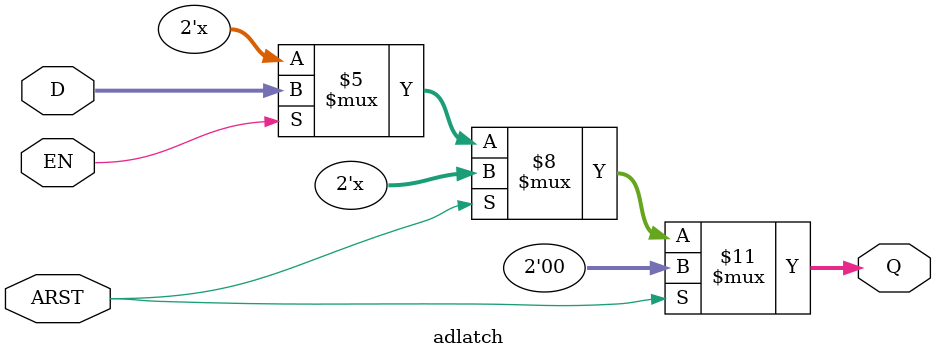
<source format=v>
module adlatch (EN, ARST, D, Q);
    
    parameter WIDTH = 2;
    parameter EN_POLARITY = 1'b1;
    parameter ARST_POLARITY = 1'b1;
    parameter ARST_VALUE = 0;
    
    input EN, ARST;
    input [WIDTH-1:0] D;
    output reg [WIDTH-1:0] Q;
    
    always @* begin
        if (ARST == ARST_POLARITY)
            Q = ARST_VALUE;
        else if (EN == EN_POLARITY)
            Q = D;
    end
    
endmodule


</source>
